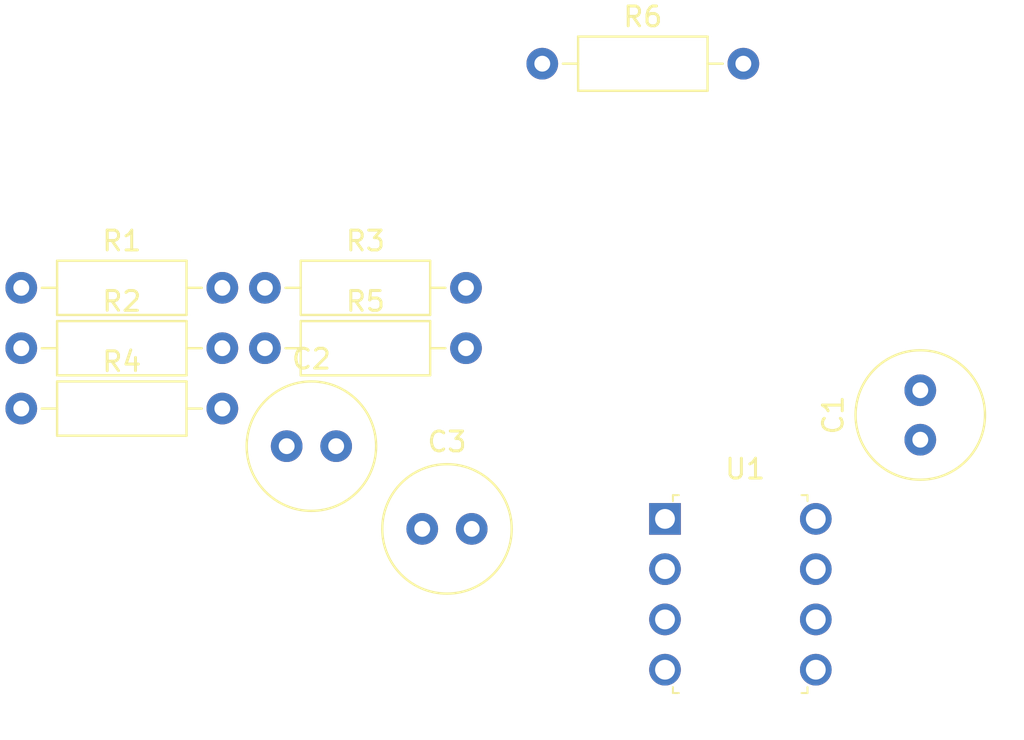
<source format=kicad_pcb>
(kicad_pcb (version 20171130) (host pcbnew 5.0.2-bee76a0~70~ubuntu18.04.1)

  (general
    (thickness 1.6)
    (drawings 0)
    (tracks 0)
    (zones 0)
    (modules 10)
    (nets 11)
  )

  (page A4)
  (layers
    (0 F.Cu signal)
    (31 B.Cu signal)
    (32 B.Adhes user)
    (33 F.Adhes user)
    (34 B.Paste user)
    (35 F.Paste user)
    (36 B.SilkS user)
    (37 F.SilkS user)
    (38 B.Mask user)
    (39 F.Mask user)
    (40 Dwgs.User user)
    (41 Cmts.User user)
    (42 Eco1.User user)
    (43 Eco2.User user)
    (44 Edge.Cuts user)
    (45 Margin user)
    (46 B.CrtYd user)
    (47 F.CrtYd user)
    (48 B.Fab user)
    (49 F.Fab user)
  )

  (setup
    (last_trace_width 0.25)
    (trace_clearance 0.2)
    (zone_clearance 0.508)
    (zone_45_only no)
    (trace_min 0.2)
    (segment_width 0.2)
    (edge_width 0.15)
    (via_size 0.8)
    (via_drill 0.4)
    (via_min_size 0.4)
    (via_min_drill 0.3)
    (uvia_size 0.3)
    (uvia_drill 0.1)
    (uvias_allowed no)
    (uvia_min_size 0.2)
    (uvia_min_drill 0.1)
    (pcb_text_width 0.3)
    (pcb_text_size 1.5 1.5)
    (mod_edge_width 0.15)
    (mod_text_size 1 1)
    (mod_text_width 0.15)
    (pad_size 1.524 1.524)
    (pad_drill 0.762)
    (pad_to_mask_clearance 0.051)
    (solder_mask_min_width 0.25)
    (aux_axis_origin 0 0)
    (visible_elements FFFFFF7F)
    (pcbplotparams
      (layerselection 0x010fc_ffffffff)
      (usegerberextensions false)
      (usegerberattributes false)
      (usegerberadvancedattributes false)
      (creategerberjobfile false)
      (excludeedgelayer true)
      (linewidth 0.100000)
      (plotframeref false)
      (viasonmask false)
      (mode 1)
      (useauxorigin false)
      (hpglpennumber 1)
      (hpglpenspeed 20)
      (hpglpendiameter 15.000000)
      (psnegative false)
      (psa4output false)
      (plotreference true)
      (plotvalue true)
      (plotinvisibletext false)
      (padsonsilk false)
      (subtractmaskfromsilk false)
      (outputformat 1)
      (mirror false)
      (drillshape 1)
      (scaleselection 1)
      (outputdirectory ""))
  )

  (net 0 "")
  (net 1 "Net-(C1-Pad1)")
  (net 2 "Net-(C1-Pad2)")
  (net 3 "Net-(C2-Pad1)")
  (net 4 "Net-(C2-Pad2)")
  (net 5 "Net-(C3-Pad2)")
  (net 6 GND)
  (net 7 "Net-(R1-Pad1)")
  (net 8 "Net-(R1-Pad2)")
  (net 9 +12V)
  (net 10 "Net-(R4-Pad2)")

  (net_class Default "This is the default net class."
    (clearance 0.2)
    (trace_width 0.25)
    (via_dia 0.8)
    (via_drill 0.4)
    (uvia_dia 0.3)
    (uvia_drill 0.1)
    (add_net +12V)
    (add_net GND)
    (add_net "Net-(C1-Pad1)")
    (add_net "Net-(C1-Pad2)")
    (add_net "Net-(C2-Pad1)")
    (add_net "Net-(C2-Pad2)")
    (add_net "Net-(C3-Pad2)")
    (add_net "Net-(R1-Pad1)")
    (add_net "Net-(R1-Pad2)")
    (add_net "Net-(R4-Pad2)")
  )

  (module Capacitor_THT:C_Radial_D6.3mm_H7.0mm_P2.50mm (layer F.Cu) (tedit 5BC5C9B9) (tstamp 5C8EC30A)
    (at 156.9 90.2 90)
    (descr "C, Radial series, Radial, pin pitch=2.50mm, diameter=6.3mm, height=7mm, Non-Polar Electrolytic Capacitor")
    (tags "C Radial series Radial pin pitch 2.50mm diameter 6.3mm height 7mm Non-Polar Electrolytic Capacitor")
    (path /5C81B021)
    (fp_text reference C1 (at 1.25 -4.4 90) (layer F.SilkS)
      (effects (font (size 1 1) (thickness 0.15)))
    )
    (fp_text value 1uF (at 1.25 4.4 90) (layer F.Fab)
      (effects (font (size 1 1) (thickness 0.15)))
    )
    (fp_circle (center 1.25 0) (end 4.4 0) (layer F.Fab) (width 0.1))
    (fp_circle (center 1.25 0) (end 4.52 0) (layer F.SilkS) (width 0.12))
    (fp_circle (center 1.25 0) (end 4.65 0) (layer F.CrtYd) (width 0.05))
    (fp_text user %R (at 1.25 0 90) (layer F.Fab)
      (effects (font (size 1 1) (thickness 0.15)))
    )
    (pad 1 thru_hole circle (at 0 0 90) (size 1.6 1.6) (drill 0.8) (layers *.Cu *.Mask)
      (net 1 "Net-(C1-Pad1)"))
    (pad 2 thru_hole circle (at 2.5 0 90) (size 1.6 1.6) (drill 0.8) (layers *.Cu *.Mask)
      (net 2 "Net-(C1-Pad2)"))
    (model ${KISYS3DMOD}/Capacitor_THT.3dshapes/C_Radial_D6.3mm_H7.0mm_P2.50mm.wrl
      (at (xyz 0 0 0))
      (scale (xyz 1 1 1))
      (rotate (xyz 0 0 0))
    )
  )

  (module Capacitor_THT:C_Radial_D6.3mm_H7.0mm_P2.50mm (layer F.Cu) (tedit 5BC5C9B9) (tstamp 5C8EC314)
    (at 124.885001 90.525001)
    (descr "C, Radial series, Radial, pin pitch=2.50mm, diameter=6.3mm, height=7mm, Non-Polar Electrolytic Capacitor")
    (tags "C Radial series Radial pin pitch 2.50mm diameter 6.3mm height 7mm Non-Polar Electrolytic Capacitor")
    (path /5C81D79B)
    (fp_text reference C2 (at 1.25 -4.4) (layer F.SilkS)
      (effects (font (size 1 1) (thickness 0.15)))
    )
    (fp_text value 1uF (at 1.25 4.4) (layer F.Fab)
      (effects (font (size 1 1) (thickness 0.15)))
    )
    (fp_circle (center 1.25 0) (end 4.4 0) (layer F.Fab) (width 0.1))
    (fp_circle (center 1.25 0) (end 4.52 0) (layer F.SilkS) (width 0.12))
    (fp_circle (center 1.25 0) (end 4.65 0) (layer F.CrtYd) (width 0.05))
    (fp_text user %R (at 1.25 0) (layer F.Fab)
      (effects (font (size 1 1) (thickness 0.15)))
    )
    (pad 1 thru_hole circle (at 0 0) (size 1.6 1.6) (drill 0.8) (layers *.Cu *.Mask)
      (net 3 "Net-(C2-Pad1)"))
    (pad 2 thru_hole circle (at 2.5 0) (size 1.6 1.6) (drill 0.8) (layers *.Cu *.Mask)
      (net 4 "Net-(C2-Pad2)"))
    (model ${KISYS3DMOD}/Capacitor_THT.3dshapes/C_Radial_D6.3mm_H7.0mm_P2.50mm.wrl
      (at (xyz 0 0 0))
      (scale (xyz 1 1 1))
      (rotate (xyz 0 0 0))
    )
  )

  (module Capacitor_THT:C_Radial_D6.3mm_H7.0mm_P2.50mm (layer F.Cu) (tedit 5BC5C9B9) (tstamp 5C8EC31E)
    (at 131.735001 94.705001)
    (descr "C, Radial series, Radial, pin pitch=2.50mm, diameter=6.3mm, height=7mm, Non-Polar Electrolytic Capacitor")
    (tags "C Radial series Radial pin pitch 2.50mm diameter 6.3mm height 7mm Non-Polar Electrolytic Capacitor")
    (path /5C81D0AC)
    (fp_text reference C3 (at 1.25 -4.4) (layer F.SilkS)
      (effects (font (size 1 1) (thickness 0.15)))
    )
    (fp_text value C (at 1.25 4.4) (layer F.Fab)
      (effects (font (size 1 1) (thickness 0.15)))
    )
    (fp_text user %R (at 1.25 0) (layer F.Fab)
      (effects (font (size 1 1) (thickness 0.15)))
    )
    (fp_circle (center 1.25 0) (end 4.65 0) (layer F.CrtYd) (width 0.05))
    (fp_circle (center 1.25 0) (end 4.52 0) (layer F.SilkS) (width 0.12))
    (fp_circle (center 1.25 0) (end 4.4 0) (layer F.Fab) (width 0.1))
    (pad 2 thru_hole circle (at 2.5 0) (size 1.6 1.6) (drill 0.8) (layers *.Cu *.Mask)
      (net 5 "Net-(C3-Pad2)"))
    (pad 1 thru_hole circle (at 0 0) (size 1.6 1.6) (drill 0.8) (layers *.Cu *.Mask)
      (net 6 GND))
    (model ${KISYS3DMOD}/Capacitor_THT.3dshapes/C_Radial_D6.3mm_H7.0mm_P2.50mm.wrl
      (at (xyz 0 0 0))
      (scale (xyz 1 1 1))
      (rotate (xyz 0 0 0))
    )
  )

  (module Resistor_THT:R_Axial_DIN0207_L6.3mm_D2.5mm_P10.16mm_Horizontal (layer F.Cu) (tedit 5AE5139B) (tstamp 5C8EC335)
    (at 111.475001 82.525001)
    (descr "Resistor, Axial_DIN0207 series, Axial, Horizontal, pin pitch=10.16mm, 0.25W = 1/4W, length*diameter=6.3*2.5mm^2, http://cdn-reichelt.de/documents/datenblatt/B400/1_4W%23YAG.pdf")
    (tags "Resistor Axial_DIN0207 series Axial Horizontal pin pitch 10.16mm 0.25W = 1/4W length 6.3mm diameter 2.5mm")
    (path /5C819F23)
    (fp_text reference R1 (at 5.08 -2.37) (layer F.SilkS)
      (effects (font (size 1 1) (thickness 0.15)))
    )
    (fp_text value 100K (at 5.08 2.37) (layer F.Fab)
      (effects (font (size 1 1) (thickness 0.15)))
    )
    (fp_line (start 1.93 -1.25) (end 1.93 1.25) (layer F.Fab) (width 0.1))
    (fp_line (start 1.93 1.25) (end 8.23 1.25) (layer F.Fab) (width 0.1))
    (fp_line (start 8.23 1.25) (end 8.23 -1.25) (layer F.Fab) (width 0.1))
    (fp_line (start 8.23 -1.25) (end 1.93 -1.25) (layer F.Fab) (width 0.1))
    (fp_line (start 0 0) (end 1.93 0) (layer F.Fab) (width 0.1))
    (fp_line (start 10.16 0) (end 8.23 0) (layer F.Fab) (width 0.1))
    (fp_line (start 1.81 -1.37) (end 1.81 1.37) (layer F.SilkS) (width 0.12))
    (fp_line (start 1.81 1.37) (end 8.35 1.37) (layer F.SilkS) (width 0.12))
    (fp_line (start 8.35 1.37) (end 8.35 -1.37) (layer F.SilkS) (width 0.12))
    (fp_line (start 8.35 -1.37) (end 1.81 -1.37) (layer F.SilkS) (width 0.12))
    (fp_line (start 1.04 0) (end 1.81 0) (layer F.SilkS) (width 0.12))
    (fp_line (start 9.12 0) (end 8.35 0) (layer F.SilkS) (width 0.12))
    (fp_line (start -1.05 -1.5) (end -1.05 1.5) (layer F.CrtYd) (width 0.05))
    (fp_line (start -1.05 1.5) (end 11.21 1.5) (layer F.CrtYd) (width 0.05))
    (fp_line (start 11.21 1.5) (end 11.21 -1.5) (layer F.CrtYd) (width 0.05))
    (fp_line (start 11.21 -1.5) (end -1.05 -1.5) (layer F.CrtYd) (width 0.05))
    (fp_text user %R (at 5.08 0) (layer F.Fab)
      (effects (font (size 1 1) (thickness 0.15)))
    )
    (pad 1 thru_hole circle (at 0 0) (size 1.6 1.6) (drill 0.8) (layers *.Cu *.Mask)
      (net 7 "Net-(R1-Pad1)"))
    (pad 2 thru_hole oval (at 10.16 0) (size 1.6 1.6) (drill 0.8) (layers *.Cu *.Mask)
      (net 8 "Net-(R1-Pad2)"))
    (model ${KISYS3DMOD}/Resistor_THT.3dshapes/R_Axial_DIN0207_L6.3mm_D2.5mm_P10.16mm_Horizontal.wrl
      (at (xyz 0 0 0))
      (scale (xyz 1 1 1))
      (rotate (xyz 0 0 0))
    )
  )

  (module Resistor_THT:R_Axial_DIN0207_L6.3mm_D2.5mm_P10.16mm_Horizontal (layer F.Cu) (tedit 5AE5139B) (tstamp 5C8EC34C)
    (at 111.475001 85.575001)
    (descr "Resistor, Axial_DIN0207 series, Axial, Horizontal, pin pitch=10.16mm, 0.25W = 1/4W, length*diameter=6.3*2.5mm^2, http://cdn-reichelt.de/documents/datenblatt/B400/1_4W%23YAG.pdf")
    (tags "Resistor Axial_DIN0207 series Axial Horizontal pin pitch 10.16mm 0.25W = 1/4W length 6.3mm diameter 2.5mm")
    (path /5C819F9B)
    (fp_text reference R2 (at 5.08 -2.37) (layer F.SilkS)
      (effects (font (size 1 1) (thickness 0.15)))
    )
    (fp_text value 2K (at 5.08 2.37) (layer F.Fab)
      (effects (font (size 1 1) (thickness 0.15)))
    )
    (fp_text user %R (at 5.08 0) (layer F.Fab)
      (effects (font (size 1 1) (thickness 0.15)))
    )
    (fp_line (start 11.21 -1.5) (end -1.05 -1.5) (layer F.CrtYd) (width 0.05))
    (fp_line (start 11.21 1.5) (end 11.21 -1.5) (layer F.CrtYd) (width 0.05))
    (fp_line (start -1.05 1.5) (end 11.21 1.5) (layer F.CrtYd) (width 0.05))
    (fp_line (start -1.05 -1.5) (end -1.05 1.5) (layer F.CrtYd) (width 0.05))
    (fp_line (start 9.12 0) (end 8.35 0) (layer F.SilkS) (width 0.12))
    (fp_line (start 1.04 0) (end 1.81 0) (layer F.SilkS) (width 0.12))
    (fp_line (start 8.35 -1.37) (end 1.81 -1.37) (layer F.SilkS) (width 0.12))
    (fp_line (start 8.35 1.37) (end 8.35 -1.37) (layer F.SilkS) (width 0.12))
    (fp_line (start 1.81 1.37) (end 8.35 1.37) (layer F.SilkS) (width 0.12))
    (fp_line (start 1.81 -1.37) (end 1.81 1.37) (layer F.SilkS) (width 0.12))
    (fp_line (start 10.16 0) (end 8.23 0) (layer F.Fab) (width 0.1))
    (fp_line (start 0 0) (end 1.93 0) (layer F.Fab) (width 0.1))
    (fp_line (start 8.23 -1.25) (end 1.93 -1.25) (layer F.Fab) (width 0.1))
    (fp_line (start 8.23 1.25) (end 8.23 -1.25) (layer F.Fab) (width 0.1))
    (fp_line (start 1.93 1.25) (end 8.23 1.25) (layer F.Fab) (width 0.1))
    (fp_line (start 1.93 -1.25) (end 1.93 1.25) (layer F.Fab) (width 0.1))
    (pad 2 thru_hole oval (at 10.16 0) (size 1.6 1.6) (drill 0.8) (layers *.Cu *.Mask)
      (net 1 "Net-(C1-Pad1)"))
    (pad 1 thru_hole circle (at 0 0) (size 1.6 1.6) (drill 0.8) (layers *.Cu *.Mask)
      (net 8 "Net-(R1-Pad2)"))
    (model ${KISYS3DMOD}/Resistor_THT.3dshapes/R_Axial_DIN0207_L6.3mm_D2.5mm_P10.16mm_Horizontal.wrl
      (at (xyz 0 0 0))
      (scale (xyz 1 1 1))
      (rotate (xyz 0 0 0))
    )
  )

  (module Resistor_THT:R_Axial_DIN0207_L6.3mm_D2.5mm_P10.16mm_Horizontal (layer F.Cu) (tedit 5AE5139B) (tstamp 5C8EC363)
    (at 123.785001 82.525001)
    (descr "Resistor, Axial_DIN0207 series, Axial, Horizontal, pin pitch=10.16mm, 0.25W = 1/4W, length*diameter=6.3*2.5mm^2, http://cdn-reichelt.de/documents/datenblatt/B400/1_4W%23YAG.pdf")
    (tags "Resistor Axial_DIN0207 series Axial Horizontal pin pitch 10.16mm 0.25W = 1/4W length 6.3mm diameter 2.5mm")
    (path /5C81C1C4)
    (fp_text reference R3 (at 5.08 -2.37) (layer F.SilkS)
      (effects (font (size 1 1) (thickness 0.15)))
    )
    (fp_text value 22K (at 5.08 2.37) (layer F.Fab)
      (effects (font (size 1 1) (thickness 0.15)))
    )
    (fp_line (start 1.93 -1.25) (end 1.93 1.25) (layer F.Fab) (width 0.1))
    (fp_line (start 1.93 1.25) (end 8.23 1.25) (layer F.Fab) (width 0.1))
    (fp_line (start 8.23 1.25) (end 8.23 -1.25) (layer F.Fab) (width 0.1))
    (fp_line (start 8.23 -1.25) (end 1.93 -1.25) (layer F.Fab) (width 0.1))
    (fp_line (start 0 0) (end 1.93 0) (layer F.Fab) (width 0.1))
    (fp_line (start 10.16 0) (end 8.23 0) (layer F.Fab) (width 0.1))
    (fp_line (start 1.81 -1.37) (end 1.81 1.37) (layer F.SilkS) (width 0.12))
    (fp_line (start 1.81 1.37) (end 8.35 1.37) (layer F.SilkS) (width 0.12))
    (fp_line (start 8.35 1.37) (end 8.35 -1.37) (layer F.SilkS) (width 0.12))
    (fp_line (start 8.35 -1.37) (end 1.81 -1.37) (layer F.SilkS) (width 0.12))
    (fp_line (start 1.04 0) (end 1.81 0) (layer F.SilkS) (width 0.12))
    (fp_line (start 9.12 0) (end 8.35 0) (layer F.SilkS) (width 0.12))
    (fp_line (start -1.05 -1.5) (end -1.05 1.5) (layer F.CrtYd) (width 0.05))
    (fp_line (start -1.05 1.5) (end 11.21 1.5) (layer F.CrtYd) (width 0.05))
    (fp_line (start 11.21 1.5) (end 11.21 -1.5) (layer F.CrtYd) (width 0.05))
    (fp_line (start 11.21 -1.5) (end -1.05 -1.5) (layer F.CrtYd) (width 0.05))
    (fp_text user %R (at 5.08 0) (layer F.Fab)
      (effects (font (size 1 1) (thickness 0.15)))
    )
    (pad 1 thru_hole circle (at 0 0) (size 1.6 1.6) (drill 0.8) (layers *.Cu *.Mask)
      (net 9 +12V))
    (pad 2 thru_hole oval (at 10.16 0) (size 1.6 1.6) (drill 0.8) (layers *.Cu *.Mask)
      (net 5 "Net-(C3-Pad2)"))
    (model ${KISYS3DMOD}/Resistor_THT.3dshapes/R_Axial_DIN0207_L6.3mm_D2.5mm_P10.16mm_Horizontal.wrl
      (at (xyz 0 0 0))
      (scale (xyz 1 1 1))
      (rotate (xyz 0 0 0))
    )
  )

  (module Resistor_THT:R_Axial_DIN0207_L6.3mm_D2.5mm_P10.16mm_Horizontal (layer F.Cu) (tedit 5AE5139B) (tstamp 5C8EC37A)
    (at 111.475001 88.625001)
    (descr "Resistor, Axial_DIN0207 series, Axial, Horizontal, pin pitch=10.16mm, 0.25W = 1/4W, length*diameter=6.3*2.5mm^2, http://cdn-reichelt.de/documents/datenblatt/B400/1_4W%23YAG.pdf")
    (tags "Resistor Axial_DIN0207 series Axial Horizontal pin pitch 10.16mm 0.25W = 1/4W length 6.3mm diameter 2.5mm")
    (path /5C81E085)
    (fp_text reference R4 (at 5.08 -2.37) (layer F.SilkS)
      (effects (font (size 1 1) (thickness 0.15)))
    )
    (fp_text value 100K (at 5.08 2.37) (layer F.Fab)
      (effects (font (size 1 1) (thickness 0.15)))
    )
    (fp_line (start 1.93 -1.25) (end 1.93 1.25) (layer F.Fab) (width 0.1))
    (fp_line (start 1.93 1.25) (end 8.23 1.25) (layer F.Fab) (width 0.1))
    (fp_line (start 8.23 1.25) (end 8.23 -1.25) (layer F.Fab) (width 0.1))
    (fp_line (start 8.23 -1.25) (end 1.93 -1.25) (layer F.Fab) (width 0.1))
    (fp_line (start 0 0) (end 1.93 0) (layer F.Fab) (width 0.1))
    (fp_line (start 10.16 0) (end 8.23 0) (layer F.Fab) (width 0.1))
    (fp_line (start 1.81 -1.37) (end 1.81 1.37) (layer F.SilkS) (width 0.12))
    (fp_line (start 1.81 1.37) (end 8.35 1.37) (layer F.SilkS) (width 0.12))
    (fp_line (start 8.35 1.37) (end 8.35 -1.37) (layer F.SilkS) (width 0.12))
    (fp_line (start 8.35 -1.37) (end 1.81 -1.37) (layer F.SilkS) (width 0.12))
    (fp_line (start 1.04 0) (end 1.81 0) (layer F.SilkS) (width 0.12))
    (fp_line (start 9.12 0) (end 8.35 0) (layer F.SilkS) (width 0.12))
    (fp_line (start -1.05 -1.5) (end -1.05 1.5) (layer F.CrtYd) (width 0.05))
    (fp_line (start -1.05 1.5) (end 11.21 1.5) (layer F.CrtYd) (width 0.05))
    (fp_line (start 11.21 1.5) (end 11.21 -1.5) (layer F.CrtYd) (width 0.05))
    (fp_line (start 11.21 -1.5) (end -1.05 -1.5) (layer F.CrtYd) (width 0.05))
    (fp_text user %R (at 5.08 0) (layer F.Fab)
      (effects (font (size 1 1) (thickness 0.15)))
    )
    (pad 1 thru_hole circle (at 0 0) (size 1.6 1.6) (drill 0.8) (layers *.Cu *.Mask)
      (net 7 "Net-(R1-Pad1)"))
    (pad 2 thru_hole oval (at 10.16 0) (size 1.6 1.6) (drill 0.8) (layers *.Cu *.Mask)
      (net 10 "Net-(R4-Pad2)"))
    (model ${KISYS3DMOD}/Resistor_THT.3dshapes/R_Axial_DIN0207_L6.3mm_D2.5mm_P10.16mm_Horizontal.wrl
      (at (xyz 0 0 0))
      (scale (xyz 1 1 1))
      (rotate (xyz 0 0 0))
    )
  )

  (module Resistor_THT:R_Axial_DIN0207_L6.3mm_D2.5mm_P10.16mm_Horizontal (layer F.Cu) (tedit 5AE5139B) (tstamp 5C8EC391)
    (at 123.785001 85.575001)
    (descr "Resistor, Axial_DIN0207 series, Axial, Horizontal, pin pitch=10.16mm, 0.25W = 1/4W, length*diameter=6.3*2.5mm^2, http://cdn-reichelt.de/documents/datenblatt/B400/1_4W%23YAG.pdf")
    (tags "Resistor Axial_DIN0207 series Axial Horizontal pin pitch 10.16mm 0.25W = 1/4W length 6.3mm diameter 2.5mm")
    (path /5C81C2EE)
    (fp_text reference R5 (at 5.08 -2.37) (layer F.SilkS)
      (effects (font (size 1 1) (thickness 0.15)))
    )
    (fp_text value 22K (at 5.08 2.37) (layer F.Fab)
      (effects (font (size 1 1) (thickness 0.15)))
    )
    (fp_text user %R (at 5.08 0) (layer F.Fab)
      (effects (font (size 1 1) (thickness 0.15)))
    )
    (fp_line (start 11.21 -1.5) (end -1.05 -1.5) (layer F.CrtYd) (width 0.05))
    (fp_line (start 11.21 1.5) (end 11.21 -1.5) (layer F.CrtYd) (width 0.05))
    (fp_line (start -1.05 1.5) (end 11.21 1.5) (layer F.CrtYd) (width 0.05))
    (fp_line (start -1.05 -1.5) (end -1.05 1.5) (layer F.CrtYd) (width 0.05))
    (fp_line (start 9.12 0) (end 8.35 0) (layer F.SilkS) (width 0.12))
    (fp_line (start 1.04 0) (end 1.81 0) (layer F.SilkS) (width 0.12))
    (fp_line (start 8.35 -1.37) (end 1.81 -1.37) (layer F.SilkS) (width 0.12))
    (fp_line (start 8.35 1.37) (end 8.35 -1.37) (layer F.SilkS) (width 0.12))
    (fp_line (start 1.81 1.37) (end 8.35 1.37) (layer F.SilkS) (width 0.12))
    (fp_line (start 1.81 -1.37) (end 1.81 1.37) (layer F.SilkS) (width 0.12))
    (fp_line (start 10.16 0) (end 8.23 0) (layer F.Fab) (width 0.1))
    (fp_line (start 0 0) (end 1.93 0) (layer F.Fab) (width 0.1))
    (fp_line (start 8.23 -1.25) (end 1.93 -1.25) (layer F.Fab) (width 0.1))
    (fp_line (start 8.23 1.25) (end 8.23 -1.25) (layer F.Fab) (width 0.1))
    (fp_line (start 1.93 1.25) (end 8.23 1.25) (layer F.Fab) (width 0.1))
    (fp_line (start 1.93 -1.25) (end 1.93 1.25) (layer F.Fab) (width 0.1))
    (pad 2 thru_hole oval (at 10.16 0) (size 1.6 1.6) (drill 0.8) (layers *.Cu *.Mask)
      (net 5 "Net-(C3-Pad2)"))
    (pad 1 thru_hole circle (at 0 0) (size 1.6 1.6) (drill 0.8) (layers *.Cu *.Mask)
      (net 6 GND))
    (model ${KISYS3DMOD}/Resistor_THT.3dshapes/R_Axial_DIN0207_L6.3mm_D2.5mm_P10.16mm_Horizontal.wrl
      (at (xyz 0 0 0))
      (scale (xyz 1 1 1))
      (rotate (xyz 0 0 0))
    )
  )

  (module Resistor_THT:R_Axial_DIN0207_L6.3mm_D2.5mm_P10.16mm_Horizontal (layer F.Cu) (tedit 5AE5139B) (tstamp 5C8EC3A8)
    (at 137.8 71.2)
    (descr "Resistor, Axial_DIN0207 series, Axial, Horizontal, pin pitch=10.16mm, 0.25W = 1/4W, length*diameter=6.3*2.5mm^2, http://cdn-reichelt.de/documents/datenblatt/B400/1_4W%23YAG.pdf")
    (tags "Resistor Axial_DIN0207 series Axial Horizontal pin pitch 10.16mm 0.25W = 1/4W length 6.3mm diameter 2.5mm")
    (path /5C81FBAA)
    (fp_text reference R6 (at 5.08 -2.37) (layer F.SilkS)
      (effects (font (size 1 1) (thickness 0.15)))
    )
    (fp_text value 100K (at 5.08 2.37) (layer F.Fab)
      (effects (font (size 1 1) (thickness 0.15)))
    )
    (fp_text user %R (at 5.08 0) (layer F.Fab)
      (effects (font (size 1 1) (thickness 0.15)))
    )
    (fp_line (start 11.21 -1.5) (end -1.05 -1.5) (layer F.CrtYd) (width 0.05))
    (fp_line (start 11.21 1.5) (end 11.21 -1.5) (layer F.CrtYd) (width 0.05))
    (fp_line (start -1.05 1.5) (end 11.21 1.5) (layer F.CrtYd) (width 0.05))
    (fp_line (start -1.05 -1.5) (end -1.05 1.5) (layer F.CrtYd) (width 0.05))
    (fp_line (start 9.12 0) (end 8.35 0) (layer F.SilkS) (width 0.12))
    (fp_line (start 1.04 0) (end 1.81 0) (layer F.SilkS) (width 0.12))
    (fp_line (start 8.35 -1.37) (end 1.81 -1.37) (layer F.SilkS) (width 0.12))
    (fp_line (start 8.35 1.37) (end 8.35 -1.37) (layer F.SilkS) (width 0.12))
    (fp_line (start 1.81 1.37) (end 8.35 1.37) (layer F.SilkS) (width 0.12))
    (fp_line (start 1.81 -1.37) (end 1.81 1.37) (layer F.SilkS) (width 0.12))
    (fp_line (start 10.16 0) (end 8.23 0) (layer F.Fab) (width 0.1))
    (fp_line (start 0 0) (end 1.93 0) (layer F.Fab) (width 0.1))
    (fp_line (start 8.23 -1.25) (end 1.93 -1.25) (layer F.Fab) (width 0.1))
    (fp_line (start 8.23 1.25) (end 8.23 -1.25) (layer F.Fab) (width 0.1))
    (fp_line (start 1.93 1.25) (end 8.23 1.25) (layer F.Fab) (width 0.1))
    (fp_line (start 1.93 -1.25) (end 1.93 1.25) (layer F.Fab) (width 0.1))
    (pad 2 thru_hole oval (at 10.16 0) (size 1.6 1.6) (drill 0.8) (layers *.Cu *.Mask)
      (net 10 "Net-(R4-Pad2)"))
    (pad 1 thru_hole circle (at 0 0) (size 1.6 1.6) (drill 0.8) (layers *.Cu *.Mask)
      (net 4 "Net-(C2-Pad2)"))
    (model ${KISYS3DMOD}/Resistor_THT.3dshapes/R_Axial_DIN0207_L6.3mm_D2.5mm_P10.16mm_Horizontal.wrl
      (at (xyz 0 0 0))
      (scale (xyz 1 1 1))
      (rotate (xyz 0 0 0))
    )
  )

  (module digikey-footprints:DIP-8_W7.62mm (layer F.Cu) (tedit 5B86B3A2) (tstamp 5C8EC3C5)
    (at 144 94.2)
    (descr http://media.digikey.com/pdf/Data%20Sheets/Lite-On%20PDFs/6N137%20Series.pdf)
    (path /5C819A9C)
    (fp_text reference U1 (at 4.05 -2.52) (layer F.SilkS)
      (effects (font (size 1 1) (thickness 0.15)))
    )
    (fp_text value NE5532P (at 3.94 10.33) (layer F.Fab)
      (effects (font (size 1 1) (thickness 0.15)))
    )
    (fp_line (start -1.05 8.89) (end 8.67 8.89) (layer F.CrtYd) (width 0.1))
    (fp_line (start -1.05 -1.29) (end -1.05 8.89) (layer F.CrtYd) (width 0.1))
    (fp_line (start 8.67 -1.29) (end 8.67 8.89) (layer F.CrtYd) (width 0.1))
    (fp_line (start -1.05 -1.29) (end 8.67 -1.29) (layer F.CrtYd) (width 0.1))
    (fp_line (start 0.4 -0.9) (end 0.4 -1.2) (layer F.SilkS) (width 0.1))
    (fp_line (start 0.4 -1.2) (end 0.7 -1.2) (layer F.SilkS) (width 0.1))
    (fp_line (start 7.2 -0.9) (end 7.2 -1.2) (layer F.SilkS) (width 0.1))
    (fp_line (start 7.2 -1.2) (end 6.9 -1.2) (layer F.SilkS) (width 0.1))
    (fp_line (start 7.2 8.5) (end 7.2 8.8) (layer F.SilkS) (width 0.1))
    (fp_line (start 7.2 8.8) (end 6.9 8.8) (layer F.SilkS) (width 0.1))
    (fp_line (start 0.4 8.5) (end 0.4 8.8) (layer F.SilkS) (width 0.1))
    (fp_line (start 0.4 8.8) (end 0.7 8.8) (layer F.SilkS) (width 0.1))
    (fp_line (start 0.55 8.64) (end 7.05 8.64) (layer F.Fab) (width 0.1))
    (fp_line (start 0.55 -1.04) (end 7.05 -1.04) (layer F.Fab) (width 0.1))
    (fp_line (start 7.05 -1.04) (end 7.05 8.64) (layer F.Fab) (width 0.1))
    (fp_line (start 0.55 -1.04) (end 0.55 8.64) (layer F.Fab) (width 0.1))
    (fp_text user REF** (at 3.94 3.49) (layer F.Fab)
      (effects (font (size 1 1) (thickness 0.1)))
    )
    (pad 1 thru_hole rect (at 0 0) (size 1.6 1.6) (drill 1) (layers *.Cu *.Mask)
      (net 7 "Net-(R1-Pad1)"))
    (pad 2 thru_hole circle (at 0 2.54) (size 1.6 1.6) (drill 1) (layers *.Cu *.Mask)
      (net 8 "Net-(R1-Pad2)"))
    (pad 3 thru_hole circle (at 0 5.08) (size 1.6 1.6) (drill 1) (layers *.Cu *.Mask)
      (net 5 "Net-(C3-Pad2)"))
    (pad 4 thru_hole circle (at 0 7.62) (size 1.6 1.6) (drill 1) (layers *.Cu *.Mask)
      (net 6 GND))
    (pad 5 thru_hole circle (at 7.62 7.62) (size 1.6 1.6) (drill 1) (layers *.Cu *.Mask)
      (net 5 "Net-(C3-Pad2)"))
    (pad 6 thru_hole circle (at 7.62 5.08) (size 1.6 1.6) (drill 1) (layers *.Cu *.Mask)
      (net 10 "Net-(R4-Pad2)"))
    (pad 7 thru_hole circle (at 7.62 2.54) (size 1.6 1.6) (drill 1) (layers *.Cu *.Mask)
      (net 4 "Net-(C2-Pad2)"))
    (pad 8 thru_hole circle (at 7.62 0) (size 1.6 1.6) (drill 1) (layers *.Cu *.Mask)
      (net 9 +12V))
    (model ${KISYS3DMOD}/Housings_DIP.3dshapes/DIP-8_W7.62mm.wrl
      (at (xyz 0 0 0))
      (scale (xyz 1 1 1))
      (rotate (xyz 0 0 0))
    )
  )

)

</source>
